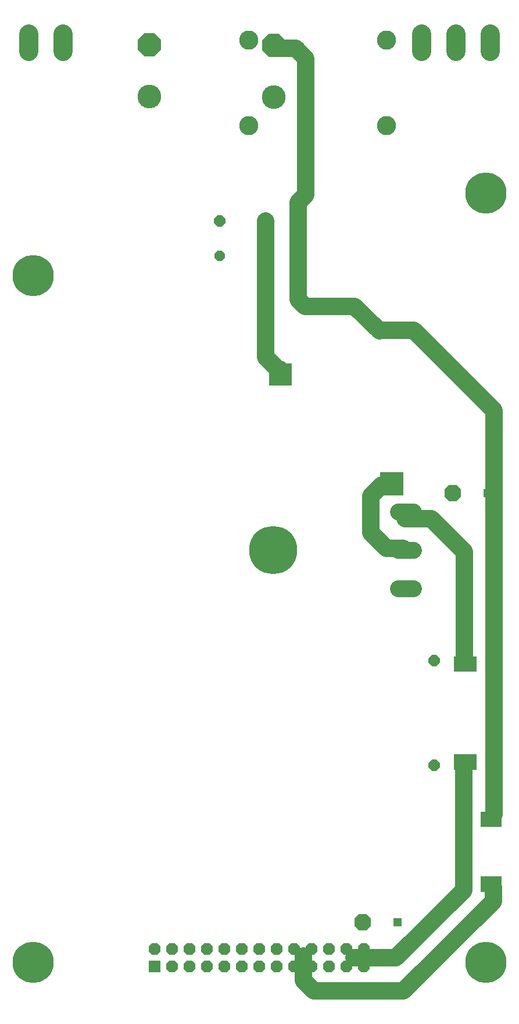
<source format=gbs>
G75*
G70*
%OFA0B0*%
%FSLAX24Y24*%
%IPPOS*%
%LPD*%
%AMOC8*
5,1,8,0,0,1.08239X$1,22.5*
%
%ADD10C,0.1000*%
%ADD11C,0.0973*%
%ADD12C,0.2759*%
%ADD13R,0.0674X0.0674*%
%ADD14OC8,0.0674*%
%ADD15C,0.1360*%
%ADD16OC8,0.1360*%
%ADD17C,0.1100*%
%ADD18OC8,0.0640*%
%ADD19OC8,0.0946*%
%ADD20R,0.0516X0.0516*%
%ADD21OC8,0.0600*%
%ADD22C,0.1100*%
%ADD23R,0.0516X0.0516*%
%ADD24C,0.2365*%
D10*
X023210Y008534D02*
X023210Y009934D01*
X023210Y008534D02*
X023810Y007934D01*
X028960Y007934D01*
X034110Y013084D01*
X034110Y013859D01*
X032410Y013709D02*
X032410Y020684D01*
X034160Y018034D02*
X034160Y041209D01*
X029560Y045809D01*
X027610Y045809D01*
X027585Y045784D01*
X027410Y045934D02*
X027410Y045959D01*
X027410Y045934D02*
X026160Y047184D01*
X023310Y047184D01*
X022910Y047584D01*
X022910Y053134D01*
X023360Y053584D01*
X023360Y061384D01*
X022785Y061959D01*
X021835Y061959D01*
X021060Y052084D02*
X021060Y044284D01*
X021760Y043584D01*
X021885Y043584D01*
X027710Y036934D02*
X027085Y036309D01*
X027085Y034209D01*
X027985Y033309D01*
X028960Y033309D01*
X029060Y035009D02*
X030560Y035009D01*
X032460Y033109D01*
X032460Y027084D01*
X028085Y036934D02*
X027710Y036934D01*
X032410Y013709D02*
X028535Y009834D01*
X026110Y009834D01*
D11*
X028647Y030997D02*
X029532Y030997D01*
X029532Y033197D02*
X028647Y033197D01*
X028647Y035397D02*
X029532Y035397D01*
D12*
X021489Y033197D03*
D13*
X014674Y009323D03*
D14*
X014674Y010323D03*
X015674Y010323D03*
X015674Y009323D03*
X016674Y009323D03*
X016674Y010323D03*
X017674Y010323D03*
X017674Y009323D03*
X018674Y009323D03*
X018674Y010323D03*
X019674Y010323D03*
X019674Y009323D03*
X020674Y009323D03*
X020674Y010323D03*
X021674Y010323D03*
X021674Y009323D03*
X022674Y009323D03*
X022674Y010323D03*
X023674Y010323D03*
X023674Y009323D03*
X024674Y009323D03*
X024674Y010323D03*
X025674Y010323D03*
X025674Y009323D03*
X026674Y009323D03*
X026674Y010323D03*
D15*
X021535Y059183D03*
X014385Y059208D03*
D16*
X014385Y062161D03*
X021535Y062136D03*
D17*
X029985Y061809D02*
X029985Y062809D01*
X031953Y062809D02*
X031953Y061809D01*
X033922Y061809D02*
X033922Y062809D01*
X009428Y062809D02*
X009428Y061809D01*
X007460Y061809D02*
X007460Y062809D01*
D18*
X018435Y052084D03*
X030735Y026859D03*
X032510Y026859D03*
X032510Y020859D03*
X030735Y020859D03*
D19*
X026610Y011884D03*
X031785Y036459D03*
D20*
X033785Y036459D03*
X028610Y011884D03*
D21*
X018435Y050084D03*
D22*
X020098Y057524D03*
X020098Y062445D03*
X027972Y062445D03*
X027972Y057524D03*
D23*
X022335Y043684D03*
X022335Y043284D03*
X022335Y042884D03*
X021910Y042884D03*
X021910Y043284D03*
X021910Y043684D03*
X021485Y043684D03*
X021485Y043284D03*
X021485Y042884D03*
X027860Y037434D03*
X027860Y037009D03*
X027860Y036584D03*
X028285Y036584D03*
X028710Y036584D03*
X028710Y037009D03*
X028285Y037009D03*
X028285Y037434D03*
X028710Y037434D03*
X032085Y026884D03*
X032085Y026459D03*
X032510Y026459D03*
X032935Y026459D03*
X032935Y026884D03*
X032935Y021259D03*
X032935Y020834D03*
X032510Y021259D03*
X032085Y021259D03*
X032085Y020834D03*
X033610Y017984D03*
X033985Y017984D03*
X034360Y017984D03*
X034360Y017559D03*
X033985Y017559D03*
X033610Y017559D03*
X033610Y014259D03*
X033985Y014259D03*
X034360Y014259D03*
X034360Y013834D03*
X033985Y013834D03*
X033610Y013834D03*
D24*
X007710Y009575D03*
X007710Y048945D03*
X033694Y053669D03*
X033694Y009575D03*
M02*

</source>
